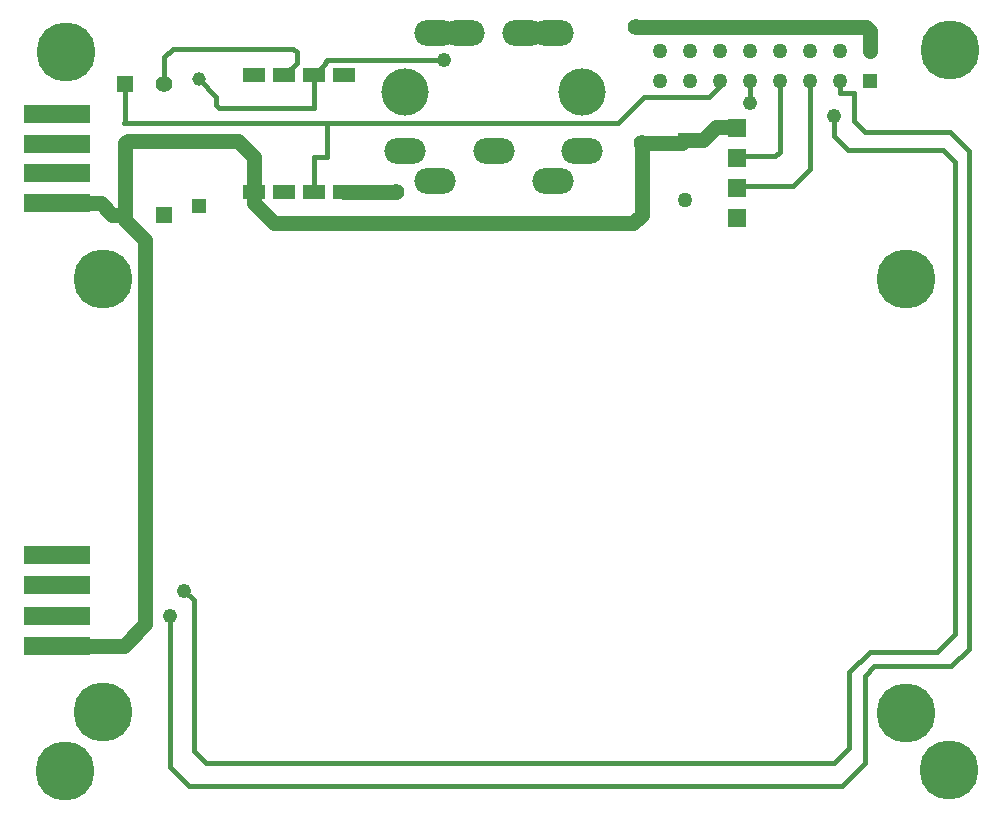
<source format=gbr>
G04 EasyPC Gerber Version 21.0.3 Build 4286 *
G04 #@! TF.Part,Single*
G04 #@! TF.FileFunction,Copper,L2,Bot *
G04 #@! TF.FilePolarity,Positive *
%FSLAX35Y35*%
%MOIN*%
G04 #@! TA.AperFunction,ComponentPad*
%ADD16R,0.04528X0.04528*%
%ADD23R,0.05000X0.05000*%
%ADD11R,0.05020X0.05020*%
%ADD21R,0.05500X0.05500*%
%ADD20R,0.06000X0.06000*%
G04 #@! TD.AperFunction*
%ADD28C,0.01500*%
G04 #@! TA.AperFunction,ComponentPad*
%ADD17C,0.04528*%
G04 #@! TA.AperFunction,ViaPad*
%ADD27C,0.04800*%
G04 #@! TA.AperFunction,ComponentPad*
%ADD24C,0.05000*%
%ADD12C,0.05020*%
%ADD22C,0.05500*%
G04 #@! TA.AperFunction,ViaPad*
%ADD25C,0.05600*%
G04 #@! TA.AperFunction,ComponentPad*
%AMT108*0 Rounded Rectangle Pad at angle 90*4,1,32,0.11000,-0.02500,0.11000,0.02500,0.10987,0.02611,0.10950,0.02717,0.10891,0.02812,0.10812,0.02891,0.10717,0.02950,0.10611,0.02987,0.10500,0.03000,-0.10500,0.03000,-0.10611,0.02987,-0.10717,0.02950,-0.10812,0.02891,-0.10891,0.02812,-0.10950,0.02717,-0.10987,0.02611,-0.11000,0.02500,-0.11000,-0.02500,-0.10987,-0.02611,-0.10950,-0.02717,-0.10891,-0.02812,-0.10812,-0.02891,-0.10717,-0.02950,-0.10611,-0.02987,-0.10500,-0.03000,0.10500,-0.03000,0.10611,-0.02987,0.10717,-0.02950,0.10812,-0.02891,0.10891,-0.02812,0.10950,-0.02717,0.10987,-0.02611,0.11000,-0.02500,0*%
%ADD108T108*%
%ADD104O,0.13780X0.08661*%
G04 #@! TA.AperFunction,SMDPad*
%ADD14R,0.07480X0.05118*%
G04 #@! TA.AperFunction,ComponentPad*
%ADD105C,0.15748*%
G04 #@! TA.AperFunction,WasherPad*
%ADD103C,0.19685*%
X0Y0D02*
D02*
D11*
X312329Y288045D03*
D02*
D12*
X242329D03*
Y298045D03*
X252329Y288045D03*
Y298045D03*
X262329Y288045D03*
Y298045D03*
X272329Y288045D03*
Y298045D03*
X282329Y288045D03*
Y298045D03*
X292329Y288045D03*
Y298045D03*
X302329Y288045D03*
Y298045D03*
X312329D03*
D02*
D14*
X107171Y250841D03*
Y289817D03*
X117171Y250841D03*
Y289817D03*
X127171Y250841D03*
Y289817D03*
X137171Y250841D03*
Y289817D03*
D02*
D16*
X88707Y246313D03*
D02*
D17*
Y288439D03*
D02*
D20*
X268234Y242376D03*
Y252376D03*
Y262376D03*
Y272376D03*
D02*
D21*
X64297Y286873D03*
X77289Y243154D03*
D02*
D22*
X64297Y243163D03*
X77289Y286864D03*
D02*
D23*
X250911Y268281D03*
D02*
D24*
X64297Y243163D02*
Y241589D01*
X70990Y234896*
Y106785*
X63904Y99699*
X41463*
X64297Y243163D02*
X59967D01*
X56030Y247100*
X41699*
X41463Y247337*
X107171Y250841D02*
Y262494D01*
X101699Y267967*
X65085*
X64297Y267179*
Y243163*
X107171Y250841D02*
Y247140D01*
X113904Y240407*
X233589*
X236344Y243163*
Y267179*
X137171Y250841D02*
X154455D01*
X236344Y267179D02*
X249809D01*
X250911Y268281*
Y248281D03*
Y268281D02*
X256738D01*
X261148Y272691*
X267919*
X268234Y272376*
X312329Y298045D02*
Y304581D01*
X311148Y305762*
X234376*
D02*
D25*
X154455Y250841D03*
X234376Y305762D03*
X236344Y267179D03*
D02*
D27*
X79258Y109699D03*
X83982Y117967D03*
X170596Y294738D03*
X272329Y280565D03*
X300518Y276234D03*
D02*
D28*
X63904Y273872D02*
X131502D01*
X64297Y286873D02*
Y274266D01*
X63904Y273872*
X77289Y286864D02*
Y295919D01*
X80045Y298675*
X120203*
X121384Y297494*
Y294030*
X117171Y289817*
X83982Y117967D02*
X87132Y114817D01*
Y64423*
X91069Y60486*
X300518*
X305636Y65604*
Y90801*
X312329Y97494*
X334770*
X340675Y103400*
Y260880*
X336738Y264817*
X305242*
X300518Y269541*
Y276234*
X127171Y250841D02*
Y262455D01*
X131502*
Y273872*
X127171Y289817D02*
Y278990D01*
X95400*
X94612Y279778*
Y282533*
X88707Y288439*
X170596Y294738D02*
X131620D01*
X130833Y293951*
Y293478*
X127171Y289817*
X262329Y288045D02*
Y286077D01*
X258785Y282533*
X237132*
X228470Y273872*
X131502*
X272329Y288045D02*
Y280565D01*
X282329Y288045D02*
Y264344D01*
X280833Y262848*
X268707*
X268234Y262376*
X292329Y288045D02*
Y258596D01*
X286738Y253006*
X269652*
X269022Y252376*
X268234*
X302329Y288045D02*
Y283715D01*
X307211*
Y274423*
X310911Y270722*
X339100*
X345400Y264423*
Y98675*
X339494Y92770*
X313904*
X310754Y89620*
Y60486*
X303274Y53006*
X85557*
X79258Y59305*
Y109699*
D02*
D103*
X44020Y57903D03*
X44413Y297667D03*
X56790Y221823D03*
X56850Y77556D03*
X324613Y221849D03*
X324620Y77356D03*
X338902Y58296D03*
X339295Y298060D03*
D02*
D104*
X157604Y264423D03*
X167447Y254581D03*
Y303793D03*
X177289D03*
X187132Y264423D03*
X196974Y303793D03*
X206817Y254581D03*
Y303793D03*
X216659Y264423D03*
D02*
D105*
X157604Y284108D03*
X216659D03*
D02*
D108*
X41463Y99699D03*
Y109699D03*
Y119778D03*
Y129778D03*
Y247337D03*
Y257337D03*
Y267022D03*
Y277022D03*
X0Y0D02*
M02*

</source>
